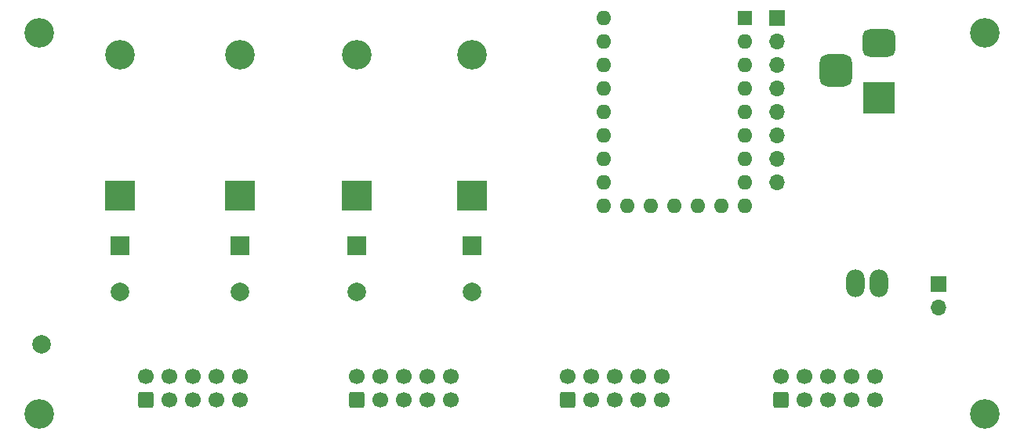
<source format=gts>
G04 #@! TF.GenerationSoftware,KiCad,Pcbnew,8.0.0-rc1*
G04 #@! TF.CreationDate,2025-07-19T19:17:19+02:00*
G04 #@! TF.ProjectId,Pneumatic control unit system,506e6575-6d61-4746-9963-20636f6e7472,rev?*
G04 #@! TF.SameCoordinates,Original*
G04 #@! TF.FileFunction,Soldermask,Top*
G04 #@! TF.FilePolarity,Negative*
%FSLAX46Y46*%
G04 Gerber Fmt 4.6, Leading zero omitted, Abs format (unit mm)*
G04 Created by KiCad (PCBNEW 8.0.0-rc1) date 2025-07-19 19:17:19*
%MOMM*%
%LPD*%
G01*
G04 APERTURE LIST*
G04 Aperture macros list*
%AMRoundRect*
0 Rectangle with rounded corners*
0 $1 Rounding radius*
0 $2 $3 $4 $5 $6 $7 $8 $9 X,Y pos of 4 corners*
0 Add a 4 corners polygon primitive as box body*
4,1,4,$2,$3,$4,$5,$6,$7,$8,$9,$2,$3,0*
0 Add four circle primitives for the rounded corners*
1,1,$1+$1,$2,$3*
1,1,$1+$1,$4,$5*
1,1,$1+$1,$6,$7*
1,1,$1+$1,$8,$9*
0 Add four rect primitives between the rounded corners*
20,1,$1+$1,$2,$3,$4,$5,0*
20,1,$1+$1,$4,$5,$6,$7,0*
20,1,$1+$1,$6,$7,$8,$9,0*
20,1,$1+$1,$8,$9,$2,$3,0*%
G04 Aperture macros list end*
%ADD10C,3.200000*%
%ADD11RoundRect,0.250000X0.600000X-0.600000X0.600000X0.600000X-0.600000X0.600000X-0.600000X-0.600000X0*%
%ADD12C,1.700000*%
%ADD13C,2.000000*%
%ADD14R,2.000000X2.000000*%
%ADD15R,3.200000X3.200000*%
%ADD16O,3.200000X3.200000*%
%ADD17R,1.700000X1.700000*%
%ADD18O,1.700000X1.700000*%
%ADD19R,1.600000X1.600000*%
%ADD20O,1.600000X1.600000*%
%ADD21R,3.500000X3.500000*%
%ADD22RoundRect,0.750000X-1.000000X0.750000X-1.000000X-0.750000X1.000000X-0.750000X1.000000X0.750000X0*%
%ADD23RoundRect,0.875000X-0.875000X0.875000X-0.875000X-0.875000X0.875000X-0.875000X0.875000X0.875000X0*%
%ADD24O,2.000000X3.000000*%
G04 APERTURE END LIST*
D10*
X205600000Y-104750000D03*
D11*
X183600000Y-144540000D03*
D12*
X183600000Y-142000000D03*
X186140000Y-144540000D03*
X186140000Y-142000000D03*
X188680000Y-144540000D03*
X188680000Y-142000000D03*
X191220000Y-144540000D03*
X191220000Y-142000000D03*
X193760000Y-144540000D03*
X193760000Y-142000000D03*
D13*
X103750000Y-138500000D03*
D11*
X160600000Y-144540000D03*
D12*
X160600000Y-142000000D03*
X163140000Y-144540000D03*
X163140000Y-142000000D03*
X165680000Y-144540000D03*
X165680000Y-142000000D03*
X168220000Y-144540000D03*
X168220000Y-142000000D03*
X170760000Y-144540000D03*
X170760000Y-142000000D03*
D14*
X137800000Y-127800000D03*
D13*
X137800000Y-132800000D03*
D15*
X112200000Y-122400000D03*
D16*
X112200000Y-107160000D03*
D11*
X115000000Y-144540000D03*
D12*
X115000000Y-142000000D03*
X117540000Y-144540000D03*
X117540000Y-142000000D03*
X120080000Y-144540000D03*
X120080000Y-142000000D03*
X122620000Y-144540000D03*
X122620000Y-142000000D03*
X125160000Y-144540000D03*
X125160000Y-142000000D03*
D14*
X150200000Y-127800000D03*
D13*
X150200000Y-132800000D03*
D17*
X183200000Y-103195000D03*
D18*
X183200000Y-105735000D03*
X183200000Y-108275000D03*
X183200000Y-110815000D03*
X183200000Y-113355000D03*
X183200000Y-115895000D03*
X183200000Y-118435000D03*
X183200000Y-120975000D03*
D10*
X205600000Y-146000000D03*
D11*
X137800000Y-144540000D03*
D12*
X137800000Y-142000000D03*
X140340000Y-144540000D03*
X140340000Y-142000000D03*
X142880000Y-144540000D03*
X142880000Y-142000000D03*
X145420000Y-144540000D03*
X145420000Y-142000000D03*
X147960000Y-144540000D03*
X147960000Y-142000000D03*
D15*
X150200000Y-122400000D03*
D16*
X150200000Y-107160000D03*
D10*
X103500000Y-146000000D03*
D15*
X137800000Y-122400000D03*
D16*
X137800000Y-107160000D03*
D19*
X179703200Y-103200000D03*
D20*
X179703200Y-105740000D03*
X179703200Y-108280000D03*
X179703200Y-110820000D03*
X179703200Y-113360000D03*
X179703200Y-115900000D03*
X179703200Y-118440000D03*
X179703200Y-120980000D03*
X179703200Y-123520000D03*
X177163200Y-123520000D03*
X174623200Y-123520000D03*
X172083200Y-123520000D03*
X169543200Y-123520000D03*
X167003200Y-123520000D03*
X164463200Y-123520000D03*
X164463200Y-120980000D03*
X164463200Y-118440000D03*
X164463200Y-115900000D03*
X164463200Y-113360000D03*
X164463200Y-110820000D03*
X164463200Y-108280000D03*
X164463200Y-105740000D03*
X164463200Y-103200000D03*
D17*
X200600000Y-132000000D03*
D18*
X200600000Y-134540000D03*
D21*
X194200000Y-111850000D03*
D22*
X194200000Y-105850000D03*
D23*
X189500000Y-108850000D03*
D15*
X125200000Y-122400000D03*
D16*
X125200000Y-107160000D03*
D14*
X112250000Y-127850000D03*
D13*
X112250000Y-132850000D03*
D10*
X103500000Y-104750000D03*
D14*
X125200000Y-127832323D03*
D13*
X125200000Y-132832323D03*
D24*
X194203200Y-131850000D03*
X191663200Y-131850000D03*
M02*

</source>
